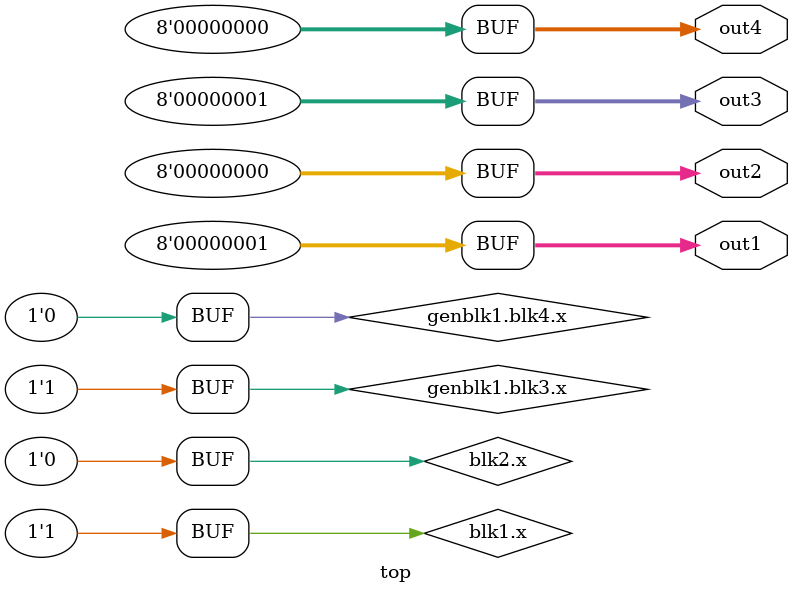
<source format=sv>
module top(
    output reg [7:0]
    out1, out2, out3, out4
);
    initial begin
        begin : blk1
            reg x;
            x = 1;
        end
        out1 = blk1.x;
        begin : blk2
            reg x;
            x = 2;
        end : blk2
        out2 = blk2.x;
    end
    if (1) begin
        if (1) begin : blk3
            reg x;
            assign x = 3;
        end
        assign out3 = blk3.x;
        if (1) begin : blk4
            reg x;
            assign x = 4;
        end : blk4
        assign out4 = blk4.x;
    end
endmodule

</source>
